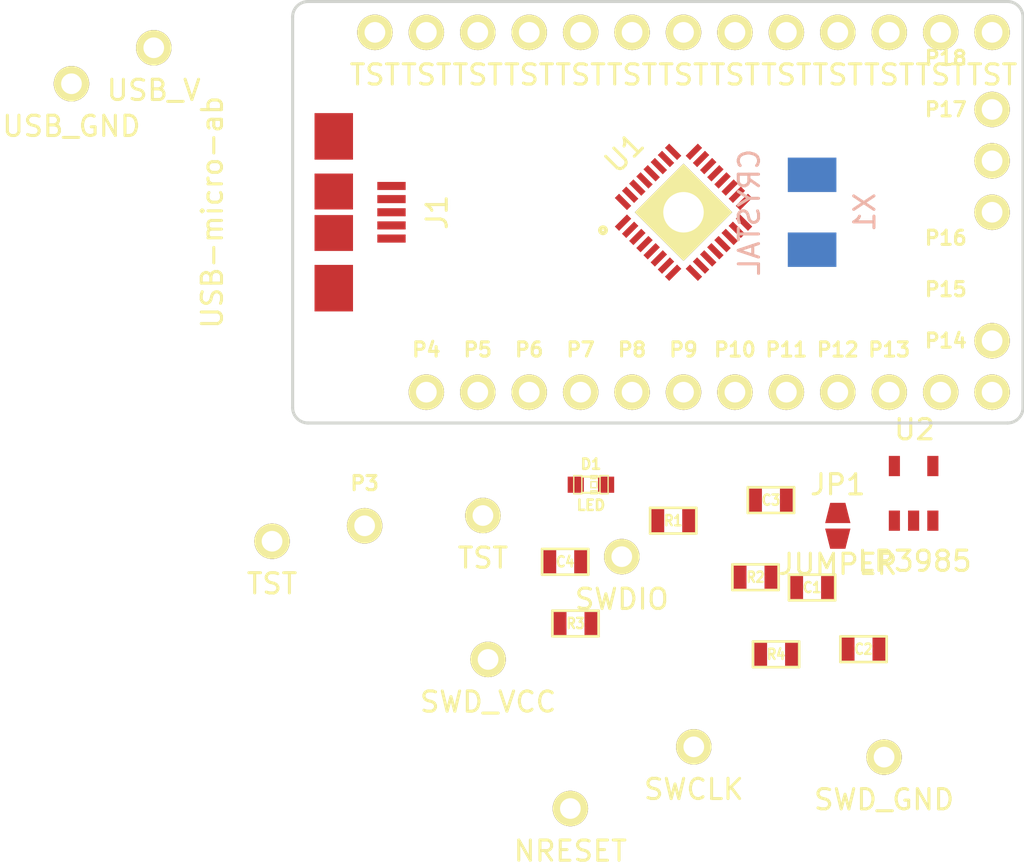
<source format=kicad_pcb>
(kicad_pcb (version 3) (host pcbnew "(2013-jul-14)-product")

  (general
    (links 69)
    (no_connects 61)
    (area 110.160999 60.630999 146.379001 81.609001)
    (thickness 1.6)
    (drawings 9)
    (tracks 0)
    (zones 0)
    (modules 53)
    (nets 39)
  )

  (page A3)
  (layers
    (15 F.Cu signal)
    (0 B.Cu signal)
    (16 B.Adhes user)
    (17 F.Adhes user)
    (18 B.Paste user)
    (19 F.Paste user)
    (20 B.SilkS user)
    (21 F.SilkS user)
    (22 B.Mask user)
    (23 F.Mask user)
    (24 Dwgs.User user)
    (25 Cmts.User user)
    (26 Eco1.User user)
    (27 Eco2.User user)
    (28 Edge.Cuts user)
  )

  (setup
    (last_trace_width 0.254)
    (trace_clearance 0.254)
    (zone_clearance 0.508)
    (zone_45_only no)
    (trace_min 0.254)
    (segment_width 0.2)
    (edge_width 0.15)
    (via_size 0.889)
    (via_drill 0.635)
    (via_min_size 0.889)
    (via_min_drill 0.508)
    (uvia_size 0.508)
    (uvia_drill 0.127)
    (uvias_allowed no)
    (uvia_min_size 0.508)
    (uvia_min_drill 0.127)
    (pcb_text_width 0.3)
    (pcb_text_size 1 1)
    (mod_edge_width 0.15)
    (mod_text_size 1 1)
    (mod_text_width 0.15)
    (pad_size 0.635 1.143)
    (pad_drill 0)
    (pad_to_mask_clearance 0)
    (aux_axis_origin 0 0)
    (visible_elements 7FFFF7FF)
    (pcbplotparams
      (layerselection 3178497)
      (usegerberextensions true)
      (excludeedgelayer true)
      (linewidth 0.150000)
      (plotframeref false)
      (viasonmask false)
      (mode 1)
      (useauxorigin false)
      (hpglpennumber 1)
      (hpglpenspeed 20)
      (hpglpendiameter 15)
      (hpglpenoverlay 2)
      (psnegative false)
      (psa4output false)
      (plotreference true)
      (plotvalue true)
      (plotothertext true)
      (plotinvisibletext false)
      (padsonsilk false)
      (subtractmaskfromsilk false)
      (outputformat 1)
      (mirror false)
      (drillshape 1)
      (scaleselection 1)
      (outputdirectory ""))
  )

  (net 0 "")
  (net 1 1)
  (net 2 10)
  (net 3 11)
  (net 4 12)
  (net 5 13)
  (net 6 14)
  (net 7 15)
  (net 8 16)
  (net 9 17)
  (net 10 18)
  (net 11 19)
  (net 12 20)
  (net 13 21)
  (net 14 22)
  (net 15 23)
  (net 16 24)
  (net 17 25)
  (net 18 26)
  (net 19 27)
  (net 20 28)
  (net 21 29)
  (net 22 3)
  (net 23 30)
  (net 24 31)
  (net 25 32)
  (net 26 4)
  (net 27 5)
  (net 28 6)
  (net 29 7)
  (net 30 8)
  (net 31 9)
  (net 32 Net-<D1-Pad1>)
  (net 33 Net-<D1-Pad2>)
  (net 34 Net-<J1-Pad4>)
  (net 35 Net-<U2-Pad4>)
  (net 36 USB_DM)
  (net 37 USB_DP)
  (net 38 USB_VBUS)

  (net_class Default "This is the default net class."
    (clearance 0.254)
    (trace_width 0.254)
    (via_dia 0.889)
    (via_drill 0.635)
    (uvia_dia 0.508)
    (uvia_drill 0.127)
    (add_net "")
    (add_net 1)
    (add_net 10)
    (add_net 11)
    (add_net 12)
    (add_net 13)
    (add_net 14)
    (add_net 15)
    (add_net 16)
    (add_net 17)
    (add_net 18)
    (add_net 19)
    (add_net 20)
    (add_net 21)
    (add_net 22)
    (add_net 23)
    (add_net 24)
    (add_net 25)
    (add_net 26)
    (add_net 27)
    (add_net 28)
    (add_net 29)
    (add_net 3)
    (add_net 30)
    (add_net 31)
    (add_net 32)
    (add_net 4)
    (add_net 5)
    (add_net 6)
    (add_net 7)
    (add_net 8)
    (add_net 9)
    (add_net Net-<D1-Pad1>)
    (add_net Net-<D1-Pad2>)
    (add_net Net-<J1-Pad4>)
    (add_net Net-<U2-Pad4>)
    (add_net USB_DM)
    (add_net USB_DP)
    (add_net USB_VBUS)
  )

  (module TEST_0.100 (layer F.Cu) (tedit 514BA442) (tstamp 516AC029)
    (at 137.16 62.23)
    (path /5149BCBE)
    (fp_text reference P23 (at 0 -2.1) (layer F.SilkS) hide
      (effects (font (size 1 1) (thickness 0.15)))
    )
    (fp_text value TST (at 0 2.1) (layer F.SilkS)
      (effects (font (size 1 1) (thickness 0.15)))
    )
    (pad 1 thru_hole circle (at 0 0) (size 1.75 1.75) (drill 1.02) (layers *.Cu *.Mask F.SilkS)
      (net 15 23))
  )

  (module TEST_0.100 (layer F.Cu) (tedit 52594960) (tstamp 516AC02E)
    (at 129.54 80.01)
    (path /5149BC4E)
    (fp_text reference P9 (at 0 -2.1) (layer F.SilkS)
      (effects (font (size 0.7 0.7) (thickness 0.15)))
    )
    (fp_text value TST (at 0 2.1) (layer F.SilkS) hide
      (effects (font (size 1 1) (thickness 0.15)))
    )
    (pad 1 thru_hole circle (at 0 0) (size 1.75 1.75) (drill 1.02) (layers *.Cu *.Mask F.SilkS)
      (net 31 9))
  )

  (module TEST_0.100 (layer F.Cu) (tedit 52594965) (tstamp 516AC033)
    (at 132.08 80.01)
    (path /5149BC56)
    (fp_text reference P10 (at 0 -2.1) (layer F.SilkS)
      (effects (font (size 0.7 0.7) (thickness 0.15)))
    )
    (fp_text value TST (at 0 2.1) (layer F.SilkS) hide
      (effects (font (size 1 1) (thickness 0.15)))
    )
    (pad 1 thru_hole circle (at 0 0) (size 1.75 1.75) (drill 1.02) (layers *.Cu *.Mask F.SilkS)
      (net 2 10))
  )

  (module TEST_0.100 (layer F.Cu) (tedit 5259496C) (tstamp 516AC038)
    (at 134.62 80.01)
    (path /5149BC5E)
    (fp_text reference P11 (at 0 -2.1) (layer F.SilkS)
      (effects (font (size 0.7 0.7) (thickness 0.15)))
    )
    (fp_text value TST (at 0 2.1) (layer F.SilkS) hide
      (effects (font (size 1 1) (thickness 0.15)))
    )
    (pad 1 thru_hole circle (at 0 0) (size 1.75 1.75) (drill 1.02) (layers *.Cu *.Mask F.SilkS)
      (net 3 11))
  )

  (module TEST_0.100 (layer F.Cu) (tedit 52594971) (tstamp 516AC03D)
    (at 137.16 80.01)
    (path /5149BC66)
    (fp_text reference P12 (at 0 -2.1) (layer F.SilkS)
      (effects (font (size 0.7 0.7) (thickness 0.15)))
    )
    (fp_text value TST (at 0 2.1) (layer F.SilkS) hide
      (effects (font (size 1 1) (thickness 0.15)))
    )
    (pad 1 thru_hole circle (at 0 0) (size 1.75 1.75) (drill 1.02) (layers *.Cu *.Mask F.SilkS)
      (net 4 12))
  )

  (module TEST_0.100 (layer F.Cu) (tedit 52594978) (tstamp 516AC042)
    (at 139.7 80.01)
    (path /5149BC6E)
    (fp_text reference P13 (at 0 -2.1) (layer F.SilkS)
      (effects (font (size 0.7 0.7) (thickness 0.15)))
    )
    (fp_text value TST (at 0 2.1) (layer F.SilkS) hide
      (effects (font (size 1 1) (thickness 0.15)))
    )
    (pad 1 thru_hole circle (at 0 0) (size 1.75 1.75) (drill 1.02) (layers *.Cu *.Mask F.SilkS)
      (net 5 13))
  )

  (module TEST_0.100 (layer F.Cu) (tedit 52594A2F) (tstamp 516AC047)
    (at 142.24 80.01)
    (path /5149BC76)
    (fp_text reference P14 (at 0.254 -2.54) (layer F.SilkS)
      (effects (font (size 0.7 0.7) (thickness 0.15)))
    )
    (fp_text value TST (at 0 2.1) (layer F.SilkS) hide
      (effects (font (size 1 1) (thickness 0.15)))
    )
    (pad 1 thru_hole circle (at 0 0) (size 1.75 1.75) (drill 1.02) (layers *.Cu *.Mask F.SilkS)
      (net 6 14))
  )

  (module TEST_0.100 (layer F.Cu) (tedit 52594A2A) (tstamp 516AC04C)
    (at 144.78 80.01)
    (path /5149BC7E)
    (fp_text reference P15 (at -2.286 -5.08) (layer F.SilkS)
      (effects (font (size 0.7 0.7) (thickness 0.15)))
    )
    (fp_text value TST (at 0 2.1) (layer F.SilkS) hide
      (effects (font (size 1 1) (thickness 0.15)))
    )
    (pad 1 thru_hole circle (at 0 0) (size 1.75 1.75) (drill 1.02) (layers *.Cu *.Mask F.SilkS)
      (net 7 15))
  )

  (module TEST_0.100 (layer F.Cu) (tedit 52594A28) (tstamp 52594DD1)
    (at 144.78 77.47)
    (path /5149BC86)
    (fp_text reference P16 (at -2.286 -5.08) (layer F.SilkS)
      (effects (font (size 0.7 0.7) (thickness 0.15)))
    )
    (fp_text value TST (at 0 2.1) (layer F.SilkS) hide
      (effects (font (size 0.7 0.7) (thickness 0.15)))
    )
    (pad 1 thru_hole circle (at 0 0) (size 1.75 1.75) (drill 1.02) (layers *.Cu *.Mask F.SilkS)
      (net 8 16))
  )

  (module TEST_0.100 (layer F.Cu) (tedit 52594A26) (tstamp 516AC056)
    (at 144.78 71.12)
    (path /5149BC8E)
    (fp_text reference P17 (at -2.286 -5.08) (layer F.SilkS)
      (effects (font (size 0.7 0.7) (thickness 0.15)))
    )
    (fp_text value TST (at 0 2.1) (layer F.SilkS) hide
      (effects (font (size 1 1) (thickness 0.15)))
    )
    (pad 1 thru_hole circle (at 0 0) (size 1.75 1.75) (drill 1.02) (layers *.Cu *.Mask F.SilkS)
      (net 9 17))
  )

  (module TEST_0.100 (layer F.Cu) (tedit 52594A23) (tstamp 516AC05B)
    (at 144.78 68.58)
    (path /5149BC96)
    (fp_text reference P18 (at -2.286 -5.08) (layer F.SilkS)
      (effects (font (size 0.7 0.7) (thickness 0.15)))
    )
    (fp_text value TST (at 0 2.1) (layer F.SilkS) hide
      (effects (font (size 1 1) (thickness 0.15)))
    )
    (pad 1 thru_hole circle (at 0 0) (size 1.75 1.75) (drill 1.02) (layers *.Cu *.Mask F.SilkS)
      (net 10 18))
  )

  (module TEST_0.100 (layer F.Cu) (tedit 525949FC) (tstamp 516AC060)
    (at 144.78 66.04)
    (path /5149BC9E)
    (fp_text reference P19 (at 0 -2.1) (layer F.SilkS) hide
      (effects (font (size 1 1) (thickness 0.15)))
    )
    (fp_text value TST (at 0 2.1) (layer F.SilkS) hide
      (effects (font (size 1 1) (thickness 0.15)))
    )
    (pad 1 thru_hole circle (at 0 0) (size 1.75 1.75) (drill 1.02) (layers *.Cu *.Mask F.SilkS)
      (net 11 19))
  )

  (module TEST_0.100 (layer F.Cu) (tedit 514BA442) (tstamp 52594E1B)
    (at 144.78 62.23)
    (path /5149BCA6)
    (fp_text reference P20 (at 0 -2.1) (layer F.SilkS) hide
      (effects (font (size 1 1) (thickness 0.15)))
    )
    (fp_text value TST (at 0 2.1) (layer F.SilkS)
      (effects (font (size 1 1) (thickness 0.15)))
    )
    (pad 1 thru_hole circle (at 0 0) (size 1.75 1.75) (drill 1.02) (layers *.Cu *.Mask F.SilkS)
      (net 12 20))
  )

  (module TEST_0.100 (layer F.Cu) (tedit 514BA442) (tstamp 516AC06A)
    (at 142.24 62.23)
    (path /5149BCAE)
    (fp_text reference P21 (at 0 -2.1) (layer F.SilkS) hide
      (effects (font (size 1 1) (thickness 0.15)))
    )
    (fp_text value TST (at 0 2.1) (layer F.SilkS)
      (effects (font (size 1 1) (thickness 0.15)))
    )
    (pad 1 thru_hole circle (at 0 0) (size 1.75 1.75) (drill 1.02) (layers *.Cu *.Mask F.SilkS)
      (net 13 21))
  )

  (module TEST_0.100 (layer F.Cu) (tedit 514BA442) (tstamp 516AC06F)
    (at 139.7 62.23)
    (path /5149BCB6)
    (fp_text reference P22 (at 0 -2.1) (layer F.SilkS) hide
      (effects (font (size 1 1) (thickness 0.15)))
    )
    (fp_text value TST (at 0 2.1) (layer F.SilkS)
      (effects (font (size 1 1) (thickness 0.15)))
    )
    (pad 1 thru_hole circle (at 0 0) (size 1.75 1.75) (drill 1.02) (layers *.Cu *.Mask F.SilkS)
      (net 14 22))
  )

  (module TEST_0.100 (layer F.Cu) (tedit 52594957) (tstamp 516AC074)
    (at 127 80.01)
    (path /5149BC46)
    (fp_text reference P8 (at 0 -2.1) (layer F.SilkS)
      (effects (font (size 0.7 0.7) (thickness 0.15)))
    )
    (fp_text value TST (at 0 2.1) (layer F.SilkS) hide
      (effects (font (size 1 1) (thickness 0.15)))
    )
    (pad 1 thru_hole circle (at 0 0) (size 1.75 1.75) (drill 1.02) (layers *.Cu *.Mask F.SilkS)
      (net 30 8))
  )

  (module TEST_0.100 (layer F.Cu) (tedit 514BA442) (tstamp 516AC079)
    (at 134.62 62.23)
    (path /5149BCC6)
    (fp_text reference P24 (at 0 -2.1) (layer F.SilkS) hide
      (effects (font (size 1 1) (thickness 0.15)))
    )
    (fp_text value TST (at 0 2.1) (layer F.SilkS)
      (effects (font (size 1 1) (thickness 0.15)))
    )
    (pad 1 thru_hole circle (at 0 0) (size 1.75 1.75) (drill 1.02) (layers *.Cu *.Mask F.SilkS)
      (net 16 24))
  )

  (module TEST_0.100 (layer F.Cu) (tedit 514BA442) (tstamp 516AC07E)
    (at 132.08 62.23)
    (path /5149BCCE)
    (fp_text reference P25 (at 0 -2.1) (layer F.SilkS) hide
      (effects (font (size 1 1) (thickness 0.15)))
    )
    (fp_text value TST (at 0 2.1) (layer F.SilkS)
      (effects (font (size 1 1) (thickness 0.15)))
    )
    (pad 1 thru_hole circle (at 0 0) (size 1.75 1.75) (drill 1.02) (layers *.Cu *.Mask F.SilkS)
      (net 17 25))
  )

  (module TEST_0.100 (layer F.Cu) (tedit 514BA442) (tstamp 516AC083)
    (at 129.54 62.23)
    (path /5149BCD6)
    (fp_text reference P26 (at 0 -2.1) (layer F.SilkS) hide
      (effects (font (size 1 1) (thickness 0.15)))
    )
    (fp_text value TST (at 0 2.1) (layer F.SilkS)
      (effects (font (size 1 1) (thickness 0.15)))
    )
    (pad 1 thru_hole circle (at 0 0) (size 1.75 1.75) (drill 1.02) (layers *.Cu *.Mask F.SilkS)
      (net 18 26))
  )

  (module TEST_0.100 (layer F.Cu) (tedit 514BA442) (tstamp 516AC088)
    (at 127 62.23)
    (path /5149BCDE)
    (fp_text reference P27 (at 0 -2.1) (layer F.SilkS) hide
      (effects (font (size 1 1) (thickness 0.15)))
    )
    (fp_text value TST (at 0 2.1) (layer F.SilkS)
      (effects (font (size 1 1) (thickness 0.15)))
    )
    (pad 1 thru_hole circle (at 0 0) (size 1.75 1.75) (drill 1.02) (layers *.Cu *.Mask F.SilkS)
      (net 19 27))
  )

  (module TEST_0.100 (layer F.Cu) (tedit 514BA442) (tstamp 516AC08D)
    (at 124.46 62.23)
    (path /5149BCE6)
    (fp_text reference P28 (at 0 -2.1) (layer F.SilkS) hide
      (effects (font (size 1 1) (thickness 0.15)))
    )
    (fp_text value TST (at 0 2.1) (layer F.SilkS)
      (effects (font (size 1 1) (thickness 0.15)))
    )
    (pad 1 thru_hole circle (at 0 0) (size 1.75 1.75) (drill 1.02) (layers *.Cu *.Mask F.SilkS)
      (net 20 28))
  )

  (module TEST_0.100 (layer F.Cu) (tedit 514BA442) (tstamp 516AC092)
    (at 121.92 62.23)
    (path /5149BCEE)
    (fp_text reference P29 (at 0 -2.1) (layer F.SilkS) hide
      (effects (font (size 1 1) (thickness 0.15)))
    )
    (fp_text value TST (at 0 2.1) (layer F.SilkS)
      (effects (font (size 1 1) (thickness 0.15)))
    )
    (pad 1 thru_hole circle (at 0 0) (size 1.75 1.75) (drill 1.02) (layers *.Cu *.Mask F.SilkS)
      (net 21 29))
  )

  (module TEST_0.100 (layer F.Cu) (tedit 514BA442) (tstamp 516AC097)
    (at 119.38 62.23)
    (path /5149BCF6)
    (fp_text reference P30 (at 0 -2.1) (layer F.SilkS) hide
      (effects (font (size 1 1) (thickness 0.15)))
    )
    (fp_text value TST (at 0 2.1) (layer F.SilkS)
      (effects (font (size 1 1) (thickness 0.15)))
    )
    (pad 1 thru_hole circle (at 0 0) (size 1.75 1.75) (drill 1.02) (layers *.Cu *.Mask F.SilkS)
      (net 23 30))
  )

  (module TEST_0.100 (layer F.Cu) (tedit 514BA442) (tstamp 516AC09C)
    (at 116.84 62.23)
    (path /5149BCFE)
    (fp_text reference P31 (at 0 -2.1) (layer F.SilkS) hide
      (effects (font (size 1 1) (thickness 0.15)))
    )
    (fp_text value TST (at 0 2.1) (layer F.SilkS)
      (effects (font (size 1 1) (thickness 0.15)))
    )
    (pad 1 thru_hole circle (at 0 0) (size 1.75 1.75) (drill 1.02) (layers *.Cu *.Mask F.SilkS)
      (net 24 31))
  )

  (module TEST_0.100 (layer F.Cu) (tedit 514BA442) (tstamp 516AC0A1)
    (at 114.3 62.23)
    (path /5149BD06)
    (fp_text reference P32 (at 0 -2.1) (layer F.SilkS) hide
      (effects (font (size 1 1) (thickness 0.15)))
    )
    (fp_text value TST (at 0 2.1) (layer F.SilkS)
      (effects (font (size 1 1) (thickness 0.15)))
    )
    (pad 1 thru_hole circle (at 0 0) (size 1.75 1.75) (drill 1.02) (layers *.Cu *.Mask F.SilkS)
      (net 25 32))
  )

  (module TEST_0.100 (layer F.Cu) (tedit 514BA442) (tstamp 516AC0A6)
    (at 103.378 62.992)
    (path /516977C3)
    (fp_text reference P33 (at 0 -2.1) (layer F.SilkS) hide
      (effects (font (size 1 1) (thickness 0.15)))
    )
    (fp_text value USB_V (at 0 2.1) (layer F.SilkS)
      (effects (font (size 1 1) (thickness 0.15)))
    )
    (pad 1 thru_hole circle (at 0 0) (size 1.75 1.75) (drill 1.02) (layers *.Cu *.Mask F.SilkS)
      (net 38 USB_VBUS))
  )

  (module TEST_0.100 (layer F.Cu) (tedit 514BA442) (tstamp 516AC0AB)
    (at 99.314 64.77)
    (path /516977C9)
    (fp_text reference P34 (at 0 -2.1) (layer F.SilkS) hide
      (effects (font (size 1 1) (thickness 0.15)))
    )
    (fp_text value USB_GND (at 0 2.1) (layer F.SilkS)
      (effects (font (size 1 1) (thickness 0.15)))
    )
    (pad 1 thru_hole circle (at 0 0) (size 1.75 1.75) (drill 1.02) (layers *.Cu *.Mask F.SilkS)
      (net 30 8))
  )

  (module TEST_0.100 (layer F.Cu) (tedit 52594952) (tstamp 516AC0BA)
    (at 124.46 80.01)
    (path /5149BC3E)
    (fp_text reference P7 (at 0 -2.1) (layer F.SilkS)
      (effects (font (size 0.7 0.7) (thickness 0.15)))
    )
    (fp_text value TST (at 0 2.1) (layer F.SilkS) hide
      (effects (font (size 1 1) (thickness 0.15)))
    )
    (pad 1 thru_hole circle (at 0 0) (size 1.75 1.75) (drill 1.02) (layers *.Cu *.Mask F.SilkS)
      (net 29 7))
  )

  (module TEST_0.100 (layer F.Cu) (tedit 52594949) (tstamp 516AC0BF)
    (at 121.92 80.01)
    (path /5149BC36)
    (fp_text reference P6 (at 0 -2.1) (layer F.SilkS)
      (effects (font (size 0.7 0.7) (thickness 0.15)))
    )
    (fp_text value TST (at 0 2.1) (layer F.SilkS) hide
      (effects (font (size 1 1) (thickness 0.15)))
    )
    (pad 1 thru_hole circle (at 0 0) (size 1.75 1.75) (drill 1.02) (layers *.Cu *.Mask F.SilkS)
      (net 28 6))
  )

  (module TEST_0.100 (layer F.Cu) (tedit 52594942) (tstamp 516AC0C4)
    (at 119.38 80.01)
    (path /5149BC2E)
    (fp_text reference P5 (at 0 -2.1) (layer F.SilkS)
      (effects (font (size 0.7 0.7) (thickness 0.15)))
    )
    (fp_text value TST (at 0 2.1) (layer F.SilkS) hide
      (effects (font (size 1 1) (thickness 0.15)))
    )
    (pad 1 thru_hole circle (at 0 0) (size 1.75 1.75) (drill 1.02) (layers *.Cu *.Mask F.SilkS)
      (net 27 5))
  )

  (module TEST_0.100 (layer F.Cu) (tedit 5259493C) (tstamp 516AC0C9)
    (at 116.84 80.01)
    (path /5149BC26)
    (fp_text reference P4 (at 0 -2.1) (layer F.SilkS)
      (effects (font (size 0.7 0.7) (thickness 0.15)))
    )
    (fp_text value TST (at 0 2.1) (layer F.SilkS) hide
      (effects (font (size 1 1) (thickness 0.15)))
    )
    (pad 1 thru_hole circle (at 0 0) (size 1.75 1.75) (drill 1.02) (layers *.Cu *.Mask F.SilkS)
      (net 26 4))
  )

  (module TEST_0.100 (layer F.Cu) (tedit 52594933) (tstamp 516AC0CE)
    (at 113.792 86.614)
    (path /5149BC1E)
    (fp_text reference P3 (at 0 -2.1) (layer F.SilkS)
      (effects (font (size 0.7 0.7) (thickness 0.15)))
    )
    (fp_text value TST (at 0 2.1) (layer F.SilkS) hide
      (effects (font (size 1 1) (thickness 0.15)))
    )
    (pad 1 thru_hole circle (at 0 0) (size 1.75 1.75) (drill 1.02) (layers *.Cu *.Mask F.SilkS)
      (net 22 3))
  )

  (module XTAL_7A-8-000MAAE-T (layer B.Cu) (tedit 519D1FA6) (tstamp 516AC218)
    (at 135.89 71.12 90)
    (path /513BACD6)
    (fp_text reference X1 (at 0 2.6 90) (layer B.SilkS)
      (effects (font (size 1 1) (thickness 0.15)) (justify mirror))
    )
    (fp_text value CRYSTAL (at 0 -3.1 90) (layer B.SilkS)
      (effects (font (size 1 1) (thickness 0.15)) (justify mirror))
    )
    (pad 1 smd rect (at -1.85 0 90) (size 1.7 2.4) (layers B.Cu B.Paste B.Mask)
      (net 10 18))
    (pad 2 smd rect (at 1.85 0 90) (size 1.7 2.4) (layers B.Cu B.Paste B.Mask)
      (net 9 17))
  )

  (module USB_MICRO_AB (layer F.Cu) (tedit 519D7500) (tstamp 519D75C9)
    (at 112.268 71.12 270)
    (path /5135355A)
    (fp_text reference J1 (at 0 -5.1 270) (layer F.SilkS)
      (effects (font (size 1 1) (thickness 0.15)))
    )
    (fp_text value USB-micro-ab (at 0 6 270) (layer F.SilkS)
      (effects (font (size 1 1) (thickness 0.15)))
    )
    (pad 6 smd rect (at -3.75 0 270) (size 2.3 1.9) (layers F.Cu F.Paste F.Mask)
      (net 30 8))
    (pad 6 smd rect (at 3.75 0 270) (size 2.3 1.9) (layers F.Cu F.Paste F.Mask)
      (net 30 8))
    (pad 6 smd rect (at -1.025 0 270) (size 1.775 1.9) (layers F.Cu F.Paste F.Mask)
      (net 30 8))
    (pad 6 smd rect (at 1.025 0 270) (size 1.775 1.9) (layers F.Cu F.Paste F.Mask)
      (net 30 8))
    (pad 1 smd rect (at -1.3 -2.85 270) (size 0.4 1.4) (layers F.Cu F.Paste F.Mask)
      (net 38 USB_VBUS))
    (pad 2 smd rect (at -0.65 -2.85 270) (size 0.4 1.4) (layers F.Cu F.Paste F.Mask)
      (net 36 USB_DM))
    (pad 3 smd rect (at 0 -2.85 270) (size 0.4 1.4) (layers F.Cu F.Paste F.Mask)
      (net 37 USB_DP))
    (pad 4 smd rect (at 0.65 -2.85 270) (size 0.4 1.4) (layers F.Cu F.Paste F.Mask)
      (net 34 Net-<J1-Pad4>))
    (pad 5 smd rect (at 1.3 -2.85 270) (size 0.4 1.4) (layers F.Cu F.Paste F.Mask)
      (net 30 8))
  )

  (module MKL24Z64VFM4 (layer F.Cu) (tedit 5259494C) (tstamp 52594B9E)
    (at 129.54 71.12 45)
    (path /512F925B)
    (fp_text reference U1 (at 0 -4.130918 45) (layer F.SilkS)
      (effects (font (size 1 1) (thickness 0.15)))
    )
    (fp_text value MKL24Z64VFM4 (at 0 5 45) (layer F.SilkS) hide
      (effects (font (size 1 1) (thickness 0.15)))
    )
    (pad 1 smd rect (at -2.475 -1.75 45) (size 0.85 0.3) (layers F.Cu F.Paste F.Mask)
      (net 1 1))
    (pad 2 smd rect (at -2.475 -1.25 45) (size 0.85 0.3) (layers F.Cu F.Paste F.Mask)
      (net 30 8))
    (pad 3 smd rect (at -2.475 -0.75 45) (size 0.85 0.3) (layers F.Cu F.Paste F.Mask)
      (net 22 3))
    (pad 4 smd rect (at -2.475 -0.25 45) (size 0.85 0.3) (layers F.Cu F.Paste F.Mask)
      (net 26 4))
    (pad 5 smd rect (at -2.475 0.25 45) (size 0.85 0.3) (layers F.Cu F.Paste F.Mask)
      (net 27 5))
    (pad 6 smd rect (at -2.475 0.75 45) (size 0.85 0.3) (layers F.Cu F.Paste F.Mask)
      (net 28 6))
    (pad 7 smd rect (at -2.475 1.25 45) (size 0.85 0.3) (layers F.Cu F.Paste F.Mask)
      (net 29 7))
    (pad 8 smd rect (at -2.475 1.75 45) (size 0.85 0.3) (layers F.Cu F.Paste F.Mask)
      (net 30 8))
    (pad 17 smd rect (at 2.475 1.75 45) (size 0.85 0.3) (layers F.Cu F.Paste F.Mask)
      (net 9 17))
    (pad 18 smd rect (at 2.475 1.25 45) (size 0.85 0.3) (layers F.Cu F.Paste F.Mask)
      (net 10 18))
    (pad 19 smd rect (at 2.475 0.75 45) (size 0.85 0.3) (layers F.Cu F.Paste F.Mask)
      (net 11 19))
    (pad 20 smd rect (at 2.475 0.25 45) (size 0.85 0.3) (layers F.Cu F.Paste F.Mask)
      (net 12 20))
    (pad 21 smd rect (at 2.475 -0.25 45) (size 0.85 0.3) (layers F.Cu F.Paste F.Mask)
      (net 13 21))
    (pad 22 smd rect (at 2.475 -0.75 45) (size 0.85 0.3) (layers F.Cu F.Paste F.Mask)
      (net 14 22))
    (pad 23 smd rect (at 2.475 -1.25 45) (size 0.85 0.3) (layers F.Cu F.Paste F.Mask)
      (net 15 23))
    (pad 24 smd rect (at 2.475 -1.75 45) (size 0.85 0.3) (layers F.Cu F.Paste F.Mask)
      (net 16 24))
    (pad 9 smd rect (at -1.75 2.475 45) (size 0.3 0.85) (layers F.Cu F.Paste F.Mask)
      (net 31 9))
    (pad 10 smd rect (at -1.25 2.475 45) (size 0.3 0.85) (layers F.Cu F.Paste F.Mask)
      (net 2 10))
    (pad 11 smd rect (at -0.75 2.475 45) (size 0.3 0.85) (layers F.Cu F.Paste F.Mask)
      (net 3 11))
    (pad 12 smd rect (at -0.25 2.475 45) (size 0.3 0.85) (layers F.Cu F.Paste F.Mask)
      (net 4 12))
    (pad 13 smd rect (at 0.25 2.475 45) (size 0.3 0.85) (layers F.Cu F.Paste F.Mask)
      (net 5 13))
    (pad 14 smd rect (at 0.75 2.475 45) (size 0.3 0.85) (layers F.Cu F.Paste F.Mask)
      (net 6 14))
    (pad 15 smd rect (at 1.25 2.475 45) (size 0.3 0.85) (layers F.Cu F.Paste F.Mask)
      (net 7 15))
    (pad 16 smd rect (at 1.75 2.475 45) (size 0.3 0.85) (layers F.Cu F.Paste F.Mask)
      (net 8 16))
    (pad 25 smd rect (at 1.75 -2.475 45) (size 0.3 0.85) (layers F.Cu F.Paste F.Mask)
      (net 17 25))
    (pad 26 smd rect (at 1.25 -2.475 45) (size 0.3 0.85) (layers F.Cu F.Paste F.Mask)
      (net 18 26))
    (pad 27 smd rect (at 0.75 -2.475 45) (size 0.3 0.85) (layers F.Cu F.Paste F.Mask)
      (net 19 27))
    (pad 28 smd rect (at 0.25 -2.475 45) (size 0.3 0.85) (layers F.Cu F.Paste F.Mask)
      (net 20 28))
    (pad 29 smd rect (at -0.25 -2.475 45) (size 0.3 0.85) (layers F.Cu F.Paste F.Mask)
      (net 21 29))
    (pad 30 smd rect (at -0.75 -2.475 45) (size 0.3 0.85) (layers F.Cu F.Paste F.Mask)
      (net 23 30))
    (pad 31 smd rect (at -1.25 -2.475 45) (size 0.3 0.85) (layers F.Cu F.Paste F.Mask)
      (net 24 31))
    (pad 32 smd rect (at -1.75 -2.475 45) (size 0.3 0.85) (layers F.Cu F.Paste F.Mask)
      (net 25 32))
    (pad "" thru_hole rect (at 0 0 45) (size 3.4 3.4) (drill 2) (layers *.Cu *.Mask F.SilkS))
  )

  (module SM0603 (layer F.Cu) (tedit 4E43A3D1) (tstamp 52594F9B)
    (at 135.89 89.662)
    (path /513BAD01)
    (attr smd)
    (fp_text reference C1 (at 0 0) (layer F.SilkS)
      (effects (font (size 0.508 0.4572) (thickness 0.1143)))
    )
    (fp_text value 22pF (at 0 0) (layer F.SilkS) hide
      (effects (font (size 0.508 0.4572) (thickness 0.1143)))
    )
    (fp_line (start -1.143 -0.635) (end 1.143 -0.635) (layer F.SilkS) (width 0.127))
    (fp_line (start 1.143 -0.635) (end 1.143 0.635) (layer F.SilkS) (width 0.127))
    (fp_line (start 1.143 0.635) (end -1.143 0.635) (layer F.SilkS) (width 0.127))
    (fp_line (start -1.143 0.635) (end -1.143 -0.635) (layer F.SilkS) (width 0.127))
    (pad 1 smd rect (at -0.762 0) (size 0.635 1.143) (layers F.Cu F.Paste F.Mask)
      (net 9 17))
    (pad 2 smd rect (at 0.762 0) (size 0.635 1.143) (layers F.Cu F.Paste F.Mask)
      (net 30 8))
    (model smd\resistors\R0603.wrl
      (at (xyz 0 0 0.001))
      (scale (xyz 0.5 0.5 0.5))
      (rotate (xyz 0 0 0))
    )
  )

  (module SM0603 (layer F.Cu) (tedit 4E43A3D1) (tstamp 52594FA5)
    (at 138.43 92.71)
    (path /513BAD11)
    (attr smd)
    (fp_text reference C2 (at 0 0) (layer F.SilkS)
      (effects (font (size 0.508 0.4572) (thickness 0.1143)))
    )
    (fp_text value 22pF (at 0 0) (layer F.SilkS) hide
      (effects (font (size 0.508 0.4572) (thickness 0.1143)))
    )
    (fp_line (start -1.143 -0.635) (end 1.143 -0.635) (layer F.SilkS) (width 0.127))
    (fp_line (start 1.143 -0.635) (end 1.143 0.635) (layer F.SilkS) (width 0.127))
    (fp_line (start 1.143 0.635) (end -1.143 0.635) (layer F.SilkS) (width 0.127))
    (fp_line (start -1.143 0.635) (end -1.143 -0.635) (layer F.SilkS) (width 0.127))
    (pad 1 smd rect (at -0.762 0) (size 0.635 1.143) (layers F.Cu F.Paste F.Mask)
      (net 10 18))
    (pad 2 smd rect (at 0.762 0) (size 0.635 1.143) (layers F.Cu F.Paste F.Mask)
      (net 30 8))
    (model smd\resistors\R0603.wrl
      (at (xyz 0 0 0.001))
      (scale (xyz 0.5 0.5 0.5))
      (rotate (xyz 0 0 0))
    )
  )

  (module SM0603 (layer F.Cu) (tedit 4E43A3D1) (tstamp 52594FAF)
    (at 133.858 85.344)
    (path /513F995C)
    (attr smd)
    (fp_text reference C3 (at 0 0) (layer F.SilkS)
      (effects (font (size 0.508 0.4572) (thickness 0.1143)))
    )
    (fp_text value 1uF (at 0 0) (layer F.SilkS) hide
      (effects (font (size 0.508 0.4572) (thickness 0.1143)))
    )
    (fp_line (start -1.143 -0.635) (end 1.143 -0.635) (layer F.SilkS) (width 0.127))
    (fp_line (start 1.143 -0.635) (end 1.143 0.635) (layer F.SilkS) (width 0.127))
    (fp_line (start 1.143 0.635) (end -1.143 0.635) (layer F.SilkS) (width 0.127))
    (fp_line (start -1.143 0.635) (end -1.143 -0.635) (layer F.SilkS) (width 0.127))
    (pad 1 smd rect (at -0.762 0) (size 0.635 1.143) (layers F.Cu F.Paste F.Mask)
      (net 38 USB_VBUS))
    (pad 2 smd rect (at 0.762 0) (size 0.635 1.143) (layers F.Cu F.Paste F.Mask)
      (net 30 8))
    (model smd\resistors\R0603.wrl
      (at (xyz 0 0 0.001))
      (scale (xyz 0.5 0.5 0.5))
      (rotate (xyz 0 0 0))
    )
  )

  (module SM0603 (layer F.Cu) (tedit 4E43A3D1) (tstamp 52594FB9)
    (at 123.698 88.392)
    (path /513F9967)
    (attr smd)
    (fp_text reference C4 (at 0 0) (layer F.SilkS)
      (effects (font (size 0.508 0.4572) (thickness 0.1143)))
    )
    (fp_text value 1uF (at 0 0) (layer F.SilkS) hide
      (effects (font (size 0.508 0.4572) (thickness 0.1143)))
    )
    (fp_line (start -1.143 -0.635) (end 1.143 -0.635) (layer F.SilkS) (width 0.127))
    (fp_line (start 1.143 -0.635) (end 1.143 0.635) (layer F.SilkS) (width 0.127))
    (fp_line (start 1.143 0.635) (end -1.143 0.635) (layer F.SilkS) (width 0.127))
    (fp_line (start -1.143 0.635) (end -1.143 -0.635) (layer F.SilkS) (width 0.127))
    (pad 1 smd rect (at -0.762 0) (size 0.635 1.143) (layers F.Cu F.Paste F.Mask)
      (net 29 7))
    (pad 2 smd rect (at 0.762 0) (size 0.635 1.143) (layers F.Cu F.Paste F.Mask)
      (net 30 8))
    (model smd\resistors\R0603.wrl
      (at (xyz 0 0 0.001))
      (scale (xyz 0.5 0.5 0.5))
      (rotate (xyz 0 0 0))
    )
  )

  (module LED-0603 (layer F.Cu) (tedit 4E16AFB4) (tstamp 52594FD5)
    (at 124.968 84.582)
    (descr "LED 0603 smd package")
    (tags "LED led 0603 SMD smd SMT smt smdled SMDLED smtled SMTLED")
    (path /519F5D9F)
    (attr smd)
    (fp_text reference D1 (at 0 -1.016) (layer F.SilkS)
      (effects (font (size 0.508 0.508) (thickness 0.127)))
    )
    (fp_text value LED (at 0 1.016) (layer F.SilkS)
      (effects (font (size 0.508 0.508) (thickness 0.127)))
    )
    (fp_line (start 0.44958 -0.44958) (end 0.44958 0.44958) (layer F.SilkS) (width 0.06604))
    (fp_line (start 0.44958 0.44958) (end 0.84836 0.44958) (layer F.SilkS) (width 0.06604))
    (fp_line (start 0.84836 -0.44958) (end 0.84836 0.44958) (layer F.SilkS) (width 0.06604))
    (fp_line (start 0.44958 -0.44958) (end 0.84836 -0.44958) (layer F.SilkS) (width 0.06604))
    (fp_line (start -0.84836 -0.44958) (end -0.84836 0.44958) (layer F.SilkS) (width 0.06604))
    (fp_line (start -0.84836 0.44958) (end -0.44958 0.44958) (layer F.SilkS) (width 0.06604))
    (fp_line (start -0.44958 -0.44958) (end -0.44958 0.44958) (layer F.SilkS) (width 0.06604))
    (fp_line (start -0.84836 -0.44958) (end -0.44958 -0.44958) (layer F.SilkS) (width 0.06604))
    (fp_line (start 0 -0.44958) (end 0 -0.29972) (layer F.SilkS) (width 0.06604))
    (fp_line (start 0 -0.29972) (end 0.29972 -0.29972) (layer F.SilkS) (width 0.06604))
    (fp_line (start 0.29972 -0.44958) (end 0.29972 -0.29972) (layer F.SilkS) (width 0.06604))
    (fp_line (start 0 -0.44958) (end 0.29972 -0.44958) (layer F.SilkS) (width 0.06604))
    (fp_line (start 0 0.29972) (end 0 0.44958) (layer F.SilkS) (width 0.06604))
    (fp_line (start 0 0.44958) (end 0.29972 0.44958) (layer F.SilkS) (width 0.06604))
    (fp_line (start 0.29972 0.29972) (end 0.29972 0.44958) (layer F.SilkS) (width 0.06604))
    (fp_line (start 0 0.29972) (end 0.29972 0.29972) (layer F.SilkS) (width 0.06604))
    (fp_line (start 0 -0.14986) (end 0 0.14986) (layer F.SilkS) (width 0.06604))
    (fp_line (start 0 0.14986) (end 0.29972 0.14986) (layer F.SilkS) (width 0.06604))
    (fp_line (start 0.29972 -0.14986) (end 0.29972 0.14986) (layer F.SilkS) (width 0.06604))
    (fp_line (start 0 -0.14986) (end 0.29972 -0.14986) (layer F.SilkS) (width 0.06604))
    (fp_line (start 0.44958 -0.39878) (end -0.44958 -0.39878) (layer F.SilkS) (width 0.1016))
    (fp_line (start 0.44958 0.39878) (end -0.44958 0.39878) (layer F.SilkS) (width 0.1016))
    (pad 1 smd rect (at -0.7493 0) (size 0.79756 0.79756) (layers F.Cu F.Paste F.Mask)
      (net 32 Net-<D1-Pad1>))
    (pad 2 smd rect (at 0.7493 0) (size 0.79756 0.79756) (layers F.Cu F.Paste F.Mask)
      (net 33 Net-<D1-Pad2>))
  )

  (module jmp_small (layer F.Cu) (tedit 519F6179) (tstamp 52594FDB)
    (at 137.16 86.614)
    (path /519F5D90)
    (fp_text reference JP1 (at 0 -2.032) (layer F.SilkS)
      (effects (font (size 1 1) (thickness 0.15)))
    )
    (fp_text value JUMPER (at 0 1.9) (layer F.SilkS)
      (effects (font (size 1 1) (thickness 0.15)))
    )
    (pad 1 smd trapezoid (at 0 -0.635) (size 1 1) (rect_delta 0 0.25 ) (layers F.Cu F.Paste F.Mask)
      (net 12 20))
    (pad 2 smd trapezoid (at 0 0.635) (size 1 1) (rect_delta 0 -0.25 ) (layers F.Cu F.Paste F.Mask)
      (net 32 Net-<D1-Pad1>))
  )

  (module TEST_0.100 (layer F.Cu) (tedit 514BA442) (tstamp 52594FE0)
    (at 109.22 87.376)
    (path /5149BB72)
    (fp_text reference P1 (at 0 -2.1) (layer F.SilkS) hide
      (effects (font (size 1 1) (thickness 0.15)))
    )
    (fp_text value TST (at 0 2.1) (layer F.SilkS)
      (effects (font (size 1 1) (thickness 0.15)))
    )
    (pad 1 thru_hole circle (at 0 0) (size 1.75 1.75) (drill 1.02) (layers *.Cu *.Mask F.SilkS)
      (net 1 1))
  )

  (module TEST_0.100 (layer F.Cu) (tedit 514BA442) (tstamp 52594FE5)
    (at 119.634 86.106)
    (path /5149BC16)
    (fp_text reference P2 (at 0 -2.1) (layer F.SilkS) hide
      (effects (font (size 1 1) (thickness 0.15)))
    )
    (fp_text value TST (at 0 2.1) (layer F.SilkS)
      (effects (font (size 1 1) (thickness 0.15)))
    )
    (pad 1 thru_hole circle (at 0 0) (size 1.75 1.75) (drill 1.02) (layers *.Cu *.Mask F.SilkS)
      (net 30 8))
  )

  (module TEST_0.100 (layer F.Cu) (tedit 514BA442) (tstamp 52594FEA)
    (at 119.888 93.218)
    (path /52587D47)
    (fp_text reference P35 (at 0 -2.1) (layer F.SilkS) hide
      (effects (font (size 1 1) (thickness 0.15)))
    )
    (fp_text value SWD_VCC (at 0 2.1) (layer F.SilkS)
      (effects (font (size 1 1) (thickness 0.15)))
    )
    (pad 1 thru_hole circle (at 0 0) (size 1.75 1.75) (drill 1.02) (layers *.Cu *.Mask F.SilkS)
      (net 29 7))
  )

  (module TEST_0.100 (layer F.Cu) (tedit 514BA442) (tstamp 52594FEF)
    (at 126.492 88.138)
    (path /52587D3C)
    (fp_text reference P36 (at 0 -2.1) (layer F.SilkS) hide
      (effects (font (size 1 1) (thickness 0.15)))
    )
    (fp_text value SWDIO (at 0 2.1) (layer F.SilkS)
      (effects (font (size 1 1) (thickness 0.15)))
    )
    (pad 1 thru_hole circle (at 0 0) (size 1.75 1.75) (drill 1.02) (layers *.Cu *.Mask F.SilkS)
      (net 5 13))
  )

  (module TEST_0.100 (layer F.Cu) (tedit 514BA442) (tstamp 52594FF4)
    (at 130.048 97.536)
    (path /52587D52)
    (fp_text reference P37 (at 0 -2.1) (layer F.SilkS) hide
      (effects (font (size 1 1) (thickness 0.15)))
    )
    (fp_text value SWCLK (at 0 2.1) (layer F.SilkS)
      (effects (font (size 1 1) (thickness 0.15)))
    )
    (pad 1 thru_hole circle (at 0 0) (size 1.75 1.75) (drill 1.02) (layers *.Cu *.Mask F.SilkS)
      (net 2 10))
  )

  (module TEST_0.100 (layer F.Cu) (tedit 514BA442) (tstamp 52594FF9)
    (at 123.952 100.584)
    (path /52587D72)
    (fp_text reference P38 (at 0 -2.1) (layer F.SilkS) hide
      (effects (font (size 1 1) (thickness 0.15)))
    )
    (fp_text value NRESET (at 0 2.1) (layer F.SilkS)
      (effects (font (size 1 1) (thickness 0.15)))
    )
    (pad 1 thru_hole circle (at 0 0) (size 1.75 1.75) (drill 1.02) (layers *.Cu *.Mask F.SilkS)
      (net 11 19))
  )

  (module TEST_0.100 (layer F.Cu) (tedit 514BA442) (tstamp 52594FFE)
    (at 139.446 98.044)
    (path /52587D67)
    (fp_text reference P39 (at 0 -2.1) (layer F.SilkS) hide
      (effects (font (size 1 1) (thickness 0.15)))
    )
    (fp_text value SWD_GND (at 0 2.1) (layer F.SilkS)
      (effects (font (size 1 1) (thickness 0.15)))
    )
    (pad 1 thru_hole circle (at 0 0) (size 1.75 1.75) (drill 1.02) (layers *.Cu *.Mask F.SilkS)
      (net 30 8))
  )

  (module SM0603 (layer F.Cu) (tedit 4E43A3D1) (tstamp 52595008)
    (at 129.032 86.36)
    (path /513BB078)
    (attr smd)
    (fp_text reference R1 (at 0 0) (layer F.SilkS)
      (effects (font (size 0.508 0.4572) (thickness 0.1143)))
    )
    (fp_text value 33R (at 0 0) (layer F.SilkS) hide
      (effects (font (size 0.508 0.4572) (thickness 0.1143)))
    )
    (fp_line (start -1.143 -0.635) (end 1.143 -0.635) (layer F.SilkS) (width 0.127))
    (fp_line (start 1.143 -0.635) (end 1.143 0.635) (layer F.SilkS) (width 0.127))
    (fp_line (start 1.143 0.635) (end -1.143 0.635) (layer F.SilkS) (width 0.127))
    (fp_line (start -1.143 0.635) (end -1.143 -0.635) (layer F.SilkS) (width 0.127))
    (pad 1 smd rect (at -0.762 0) (size 0.635 1.143) (layers F.Cu F.Paste F.Mask)
      (net 37 USB_DP))
    (pad 2 smd rect (at 0.762 0) (size 0.635 1.143) (layers F.Cu F.Paste F.Mask)
      (net 22 3))
    (model smd\resistors\R0603.wrl
      (at (xyz 0 0 0.001))
      (scale (xyz 0.5 0.5 0.5))
      (rotate (xyz 0 0 0))
    )
  )

  (module SM0603 (layer F.Cu) (tedit 4E43A3D1) (tstamp 52595012)
    (at 133.096 89.154)
    (path /513BAF17)
    (attr smd)
    (fp_text reference R2 (at 0 0) (layer F.SilkS)
      (effects (font (size 0.508 0.4572) (thickness 0.1143)))
    )
    (fp_text value 33R (at 0 0) (layer F.SilkS) hide
      (effects (font (size 0.508 0.4572) (thickness 0.1143)))
    )
    (fp_line (start -1.143 -0.635) (end 1.143 -0.635) (layer F.SilkS) (width 0.127))
    (fp_line (start 1.143 -0.635) (end 1.143 0.635) (layer F.SilkS) (width 0.127))
    (fp_line (start 1.143 0.635) (end -1.143 0.635) (layer F.SilkS) (width 0.127))
    (fp_line (start -1.143 0.635) (end -1.143 -0.635) (layer F.SilkS) (width 0.127))
    (pad 1 smd rect (at -0.762 0) (size 0.635 1.143) (layers F.Cu F.Paste F.Mask)
      (net 36 USB_DM))
    (pad 2 smd rect (at 0.762 0) (size 0.635 1.143) (layers F.Cu F.Paste F.Mask)
      (net 26 4))
    (model smd\resistors\R0603.wrl
      (at (xyz 0 0 0.001))
      (scale (xyz 0.5 0.5 0.5))
      (rotate (xyz 0 0 0))
    )
  )

  (module SM0603 (layer F.Cu) (tedit 4E43A3D1) (tstamp 5259501C)
    (at 124.206 91.44)
    (path /525945DB)
    (attr smd)
    (fp_text reference R3 (at 0 0) (layer F.SilkS)
      (effects (font (size 0.508 0.4572) (thickness 0.1143)))
    )
    (fp_text value 330 (at 0 0) (layer F.SilkS) hide
      (effects (font (size 0.508 0.4572) (thickness 0.1143)))
    )
    (fp_line (start -1.143 -0.635) (end 1.143 -0.635) (layer F.SilkS) (width 0.127))
    (fp_line (start 1.143 -0.635) (end 1.143 0.635) (layer F.SilkS) (width 0.127))
    (fp_line (start 1.143 0.635) (end -1.143 0.635) (layer F.SilkS) (width 0.127))
    (fp_line (start -1.143 0.635) (end -1.143 -0.635) (layer F.SilkS) (width 0.127))
    (pad 1 smd rect (at -0.762 0) (size 0.635 1.143) (layers F.Cu F.Paste F.Mask)
      (net 34 Net-<J1-Pad4>))
    (pad 2 smd rect (at 0.762 0) (size 0.635 1.143) (layers F.Cu F.Paste F.Mask)
      (net 12 20))
    (model smd\resistors\R0603.wrl
      (at (xyz 0 0 0.001))
      (scale (xyz 0.5 0.5 0.5))
      (rotate (xyz 0 0 0))
    )
  )

  (module SM0603 (layer F.Cu) (tedit 4E43A3D1) (tstamp 52595026)
    (at 134.112 92.964)
    (path /519F5DAE)
    (attr smd)
    (fp_text reference R4 (at 0 0) (layer F.SilkS)
      (effects (font (size 0.508 0.4572) (thickness 0.1143)))
    )
    (fp_text value 330 (at 0 0) (layer F.SilkS) hide
      (effects (font (size 0.508 0.4572) (thickness 0.1143)))
    )
    (fp_line (start -1.143 -0.635) (end 1.143 -0.635) (layer F.SilkS) (width 0.127))
    (fp_line (start 1.143 -0.635) (end 1.143 0.635) (layer F.SilkS) (width 0.127))
    (fp_line (start 1.143 0.635) (end -1.143 0.635) (layer F.SilkS) (width 0.127))
    (fp_line (start -1.143 0.635) (end -1.143 -0.635) (layer F.SilkS) (width 0.127))
    (pad 1 smd rect (at -0.762 0) (size 0.635 1.143) (layers F.Cu F.Paste F.Mask)
      (net 33 Net-<D1-Pad2>))
    (pad 2 smd rect (at 0.762 0) (size 0.635 1.143) (layers F.Cu F.Paste F.Mask)
      (net 30 8))
    (model smd\resistors\R0603.wrl
      (at (xyz 0 0 0.001))
      (scale (xyz 0.5 0.5 0.5))
      (rotate (xyz 0 0 0))
    )
  )

  (module LP3985 (layer F.Cu) (tedit 516ABD7E) (tstamp 5259502F)
    (at 139.954 86.36)
    (path /513635E4)
    (fp_text reference U2 (at 1 -4.5) (layer F.SilkS)
      (effects (font (size 1 1) (thickness 0.15)))
    )
    (fp_text value LP3985 (at 1 2) (layer F.SilkS)
      (effects (font (size 1 1) (thickness 0.15)))
    )
    (pad 1 smd rect (at 0 0) (size 0.55 1) (layers F.Cu F.Paste F.Mask)
      (net 38 USB_VBUS))
    (pad 2 smd rect (at 0.95 0) (size 0.55 1) (layers F.Cu F.Paste F.Mask)
      (net 30 8))
    (pad 3 smd rect (at 1.9 0) (size 0.55 1) (layers F.Cu F.Paste F.Mask)
      (net 38 USB_VBUS))
    (pad 4 smd rect (at 1.9 -2.7) (size 0.55 1) (layers F.Cu F.Paste F.Mask)
      (net 35 Net-<U2-Pad4>))
    (pad 5 smd rect (at 0 -2.7) (size 0.55 1) (layers F.Cu F.Paste F.Mask)
      (net 29 7))
  )

  (gr_circle (center 125.5649 72.009) (end 125.7046 72.0471) (layer F.SilkS) (width 0.2))
  (gr_line (start 110.236 80.772) (end 110.236 61.468) (angle 90) (layer Edge.Cuts) (width 0.15))
  (gr_arc (start 110.998 80.772) (end 110.998 81.534) (angle 90) (layer Edge.Cuts) (width 0.15))
  (gr_line (start 145.542 81.534) (end 110.998 81.534) (angle 90) (layer Edge.Cuts) (width 0.15))
  (gr_arc (start 110.998 61.468) (end 110.236 61.468) (angle 90) (layer Edge.Cuts) (width 0.15))
  (gr_line (start 145.542 60.706) (end 110.998 60.706) (angle 90) (layer Edge.Cuts) (width 0.15))
  (gr_line (start 146.304 80.772) (end 146.304 61.468) (angle 90) (layer Edge.Cuts) (width 0.15))
  (gr_arc (start 145.542 80.772) (end 146.304 80.772) (angle 90) (layer Edge.Cuts) (width 0.15))
  (gr_arc (start 145.542 61.468) (end 145.542 60.706) (angle 90) (layer Edge.Cuts) (width 0.15))

)

</source>
